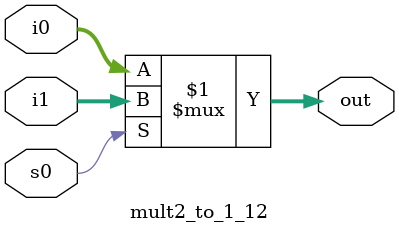
<source format=v>
module mult2_to_1_12(out, i0,i1,s0);
output [11:0] out;
input [11:0]i0,i1;
input s0;
assign out = s0 ? i1:i0;
endmodule

</source>
